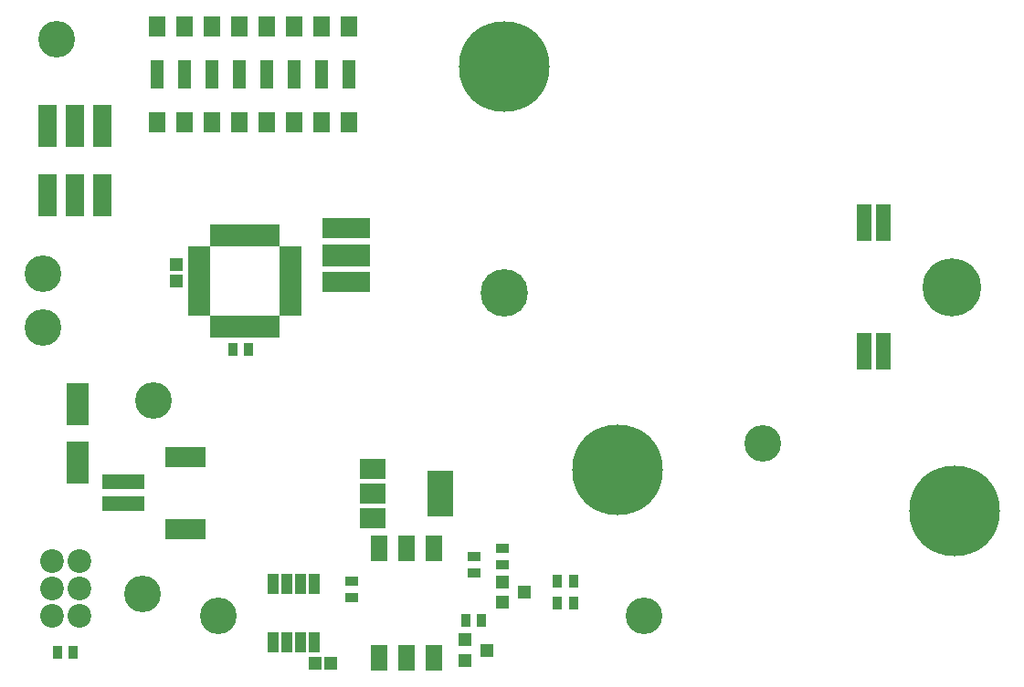
<source format=gbr>
G04 #@! TF.GenerationSoftware,KiCad,Pcbnew,(2017-01-15 revision 8ac4790)-makepkg*
G04 #@! TF.CreationDate,2017-09-14T17:44:39+02:00*
G04 #@! TF.ProjectId,Fallblatt-Controller,46616C6C626C6174742D436F6E74726F,1.0*
G04 #@! TF.FileFunction,Soldermask,Top*
G04 #@! TF.FilePolarity,Negative*
%FSLAX46Y46*%
G04 Gerber Fmt 4.6, Leading zero omitted, Abs format (unit mm)*
G04 Created by KiCad (PCBNEW (2017-01-15 revision 8ac4790)-makepkg) date 09/14/17 17:44:39*
%MOMM*%
%LPD*%
G01*
G04 APERTURE LIST*
%ADD10C,0.100000*%
%ADD11C,8.400000*%
%ADD12C,5.400000*%
%ADD13C,4.400000*%
%ADD14C,3.400000*%
%ADD15R,1.200000X1.400000*%
%ADD16R,1.150000X1.200000*%
%ADD17R,1.200000X1.150000*%
%ADD18R,2.000000X3.900000*%
%ADD19R,2.400000X1.900000*%
%ADD20R,2.400000X4.200000*%
%ADD21R,3.800000X1.900000*%
%ADD22R,3.900000X1.400000*%
%ADD23C,2.200000*%
%ADD24R,1.300000X1.200000*%
%ADD25R,0.900000X1.300000*%
%ADD26R,1.300000X0.900000*%
%ADD27R,1.500000X1.900000*%
%ADD28R,0.950000X2.000000*%
%ADD29R,2.000000X0.950000*%
%ADD30R,1.000000X1.950000*%
%ADD31R,4.400000X1.900000*%
%ADD32R,4.400000X2.100000*%
%ADD33R,1.400000X3.400000*%
%ADD34R,1.670000X4.000000*%
%ADD35R,1.600000X2.400000*%
G04 APERTURE END LIST*
D10*
D11*
X128500000Y-103000000D03*
X118000000Y-65500000D03*
X159750000Y-106750000D03*
D12*
X159500000Y-86000000D03*
D13*
X118000000Y-86500000D03*
D14*
X142000000Y-100500000D03*
X131000000Y-116500000D03*
X91500000Y-116500000D03*
X84500000Y-114500000D03*
X85500000Y-96500000D03*
X76500000Y-63000000D03*
D15*
X90940000Y-65615000D03*
X93480000Y-65615000D03*
X96020000Y-65615000D03*
X98560000Y-65615000D03*
X101100000Y-65615000D03*
X103640000Y-65615000D03*
X103640000Y-66885000D03*
X101100000Y-66885000D03*
X98560000Y-66885000D03*
X96020000Y-66885000D03*
X93480000Y-66885000D03*
X90940000Y-66885000D03*
X88400000Y-66885000D03*
X88400000Y-65615000D03*
X85860000Y-66885000D03*
X85860000Y-65615000D03*
D16*
X87638000Y-83924000D03*
X87638000Y-85424000D03*
D17*
X101969000Y-120904000D03*
X100469000Y-120904000D03*
D18*
X78500000Y-96868000D03*
X78500000Y-102268000D03*
D19*
X105816000Y-102856000D03*
X105816000Y-107456000D03*
X105816000Y-105156000D03*
D20*
X112116000Y-105156000D03*
D21*
X88500000Y-101750000D03*
X88500000Y-108450000D03*
D22*
X82750000Y-104100000D03*
X82750000Y-106100000D03*
D23*
X76100000Y-116500000D03*
X76100000Y-113960000D03*
X76100000Y-111420000D03*
X78640000Y-116500000D03*
X78640000Y-113960000D03*
X78640000Y-111420000D03*
D14*
X75250000Y-84750000D03*
X75250000Y-89750000D03*
D24*
X119872000Y-114300000D03*
X117872000Y-115250000D03*
X117872000Y-113350000D03*
D25*
X94349000Y-91821000D03*
X92849000Y-91821000D03*
D26*
X103886000Y-114796000D03*
X103886000Y-113296000D03*
X115268000Y-112522000D03*
X115268000Y-111022000D03*
X117856000Y-110248000D03*
X117856000Y-111748000D03*
D25*
X76586000Y-119888000D03*
X78086000Y-119888000D03*
X122948000Y-115316000D03*
X124448000Y-115316000D03*
X124448000Y-113284000D03*
X122948000Y-113284000D03*
D27*
X103640000Y-61800000D03*
X103640000Y-70700000D03*
X101100000Y-61800000D03*
X101100000Y-70700000D03*
X98560000Y-61800000D03*
X98560000Y-70700000D03*
X96020000Y-61800000D03*
X96020000Y-70700000D03*
X93480000Y-70700000D03*
X93480000Y-61800000D03*
X90940000Y-70700000D03*
X90940000Y-61800000D03*
X88400000Y-70700000D03*
X88400000Y-61800000D03*
X85860000Y-61800000D03*
X85860000Y-70700000D03*
D28*
X96788000Y-89698000D03*
X95988000Y-89698000D03*
X95188000Y-89698000D03*
X94388000Y-89698000D03*
X93588000Y-89698000D03*
X92788000Y-89698000D03*
X91988000Y-89698000D03*
X91188000Y-89698000D03*
D29*
X89738000Y-88248000D03*
X89738000Y-87448000D03*
X89738000Y-86648000D03*
X89738000Y-85848000D03*
X89738000Y-85048000D03*
X89738000Y-84248000D03*
X89738000Y-83448000D03*
X89738000Y-82648000D03*
D28*
X91188000Y-81198000D03*
X91988000Y-81198000D03*
X92788000Y-81198000D03*
X93588000Y-81198000D03*
X94388000Y-81198000D03*
X95188000Y-81198000D03*
X95988000Y-81198000D03*
X96788000Y-81198000D03*
D29*
X98238000Y-82648000D03*
X98238000Y-83448000D03*
X98238000Y-84248000D03*
X98238000Y-85048000D03*
X98238000Y-85848000D03*
X98238000Y-86648000D03*
X98238000Y-87448000D03*
X98238000Y-88248000D03*
D30*
X100405000Y-118950000D03*
X99135000Y-118950000D03*
X97865000Y-118950000D03*
X96595000Y-118950000D03*
X96595000Y-113550000D03*
X97865000Y-113550000D03*
X99135000Y-113550000D03*
X100405000Y-113550000D03*
D31*
X103378000Y-85558000D03*
X103378000Y-80558000D03*
D32*
X103378000Y-83058000D03*
D33*
X151350000Y-80000000D03*
X153150000Y-80000000D03*
X153150000Y-92000000D03*
X151350000Y-92000000D03*
D34*
X80790000Y-77450000D03*
X78250000Y-77450000D03*
X75710000Y-77450000D03*
X75710000Y-71050000D03*
X78250000Y-71050000D03*
X80790000Y-71050000D03*
D35*
X106460000Y-120396000D03*
X109000000Y-120396000D03*
X111540000Y-120396000D03*
X111540000Y-110236000D03*
X109000000Y-110236000D03*
X106460000Y-110236000D03*
D24*
X116427000Y-119695000D03*
X114427000Y-120645000D03*
X114427000Y-118745000D03*
D25*
X115939000Y-116967000D03*
X114439000Y-116967000D03*
M02*

</source>
